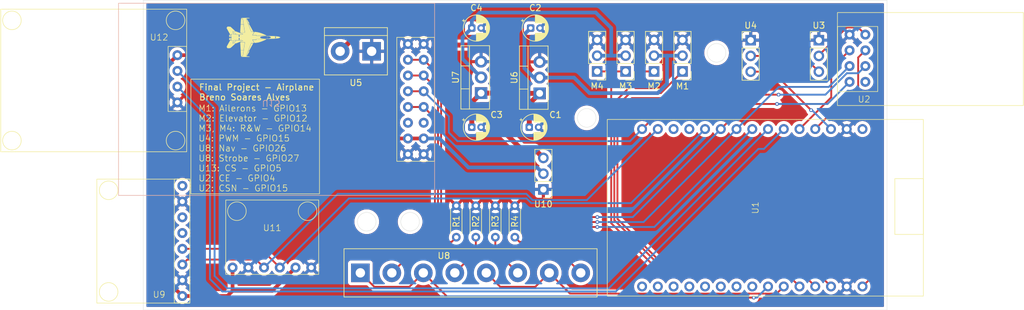
<source format=kicad_pcb>
(kicad_pcb (version 20241229) (generator "pcbnew") (generator_version "9.0")
  (title_block (title "Airplane Complete PCB with Sensors") (date "2025-09-05") (rev "0.0.1") (company "Breno Soares Alves"))
  (layers (0 "F.Cu" signal) (2 "B.Cu" signal) (13 "F.Paste" user) (15 "B.Paste" user) (5 "F.SilkS" user "F.Silkscreen") (7 "B.SilkS" user "B.Silkscreen") (1 "F.Mask" user) (3 "B.Mask" user) (25 "Edge.Cuts" user))
  (net 0 "")
  (net 1 "GND")
  (net 2 "Net-(M1-+)")
  (net 3 "Net-(M3-+)")
  (net 4 "Net-(M1-PWM)")
  (net 5 "Net-(M2-PWM)")
  (net 6 "Net-(M3-PWM)")
  (net 8 "Net-(U1-VIN)")
  (net 9 "Net-(U1-GPIO16)")
  (net 10 "Net-(U1-GPIO22)")
  (net 11 "Net-(U1-GPIO27)")
  (net 12 "Net-(U1-GPIO18)")
  (net 13 "Net-(U1-GPIO4)")
  (net 15 "Net-(U1-GPIO21)")
  (net 18 "Net-(U1-GPIO19)")
  (net 21 "Net-(U1-GPIO2)")
  (net 22 "Net-(U1-GPIO17)")
  (net 23 "Net-(U1-GPIO23)")
  (net 28 "Net-(U1-GPIO15)")
  (net 30 "Net-(U1-GPIO26)")
  (net 32 "Net-(U2-VCC)")
  (net 36 "Net-(U8-GNDR)")
  (net 37 "Net-(U8-GNDG)")
  (net 38 "Net-(U8-GND1)")
  (net 39 "Net-(U8-GND2)")
  (net 40 "Net-(U1-GPIO5)")
  (net 41 "Net-(U10-VI)")
  (net 42 "Net-(U10-VO)")
  (footprint "Connector_PinHeader_2.54mm:PinHeader_1x03_P2.54mm_Vertical" (layer "F.Cu") (at 189.7 84.71)
    (property "Reference" "U4" (at 0 -2.38 0) (layer "F.SilkS"))
    (property "Value" "ESC")
    (pad "1" thru_hole rect (at 0 0) (size 1.7 1.7) (drill 1) (layers "*.Cu" "*.Mask") (net 1 "GND"))
    (pad "2" thru_hole circle (at 0 2.54) (size 1.7 1.7) (drill 1) (layers "*.Cu" "*.Mask") (net 8 "Net-(U1-VIN)"))
    (pad "3" thru_hole circle (at 0 5.08) (size 1.7 1.7) (drill 1) (layers "*.Cu" "*.Mask") (net 28 "Net-(U1-GPIO15)"))
  )
  (footprint "Connector_PinHeader_2.54mm:PinHeader_1x03_P2.54mm_Vertical" (layer "F.Cu") (at 164.93 89.75 180)
    (property "Reference" "M4" (at 0 -2.38 0) (layer "F.SilkS"))
    (property "Value" "Wheel")
    (pad "1" thru_hole rect (at 0 0 180) (size 1.7 1.7) (drill 1) (layers "*.Cu" "*.Mask") (net 6 "Net-(M3-PWM)"))
    (pad "2" thru_hole circle (at 0 2.54 180) (size 1.7 1.7) (drill 1) (layers "*.Cu" "*.Mask") (net 3 "Net-(M3-+)"))
    (pad "3" thru_hole circle (at 0 5.08 180) (size 1.7 1.7) (drill 1) (layers "*.Cu" "*.Mask") (net 1 "GND"))
  )
  (footprint "Connector_PinHeader_2.54mm:PinHeader_1x03_P2.54mm_Vertical" (layer "F.Cu") (at 174.11 89.75 180)
    (property "Reference" "M2" (at 0 -2.38 0) (layer "F.SilkS"))
    (property "Value" "Elevator")
    (pad "1" thru_hole rect (at 0 0 180) (size 1.7 1.7) (drill 1) (layers "*.Cu" "*.Mask") (net 5 "Net-(M2-PWM)"))
    (pad "2" thru_hole circle (at 0 2.54 180) (size 1.7 1.7) (drill 1) (layers "*.Cu" "*.Mask") (net 2 "Net-(M1-+)"))
    (pad "3" thru_hole circle (at 0 5.08 180) (size 1.7 1.7) (drill 1) (layers "*.Cu" "*.Mask") (net 1 "GND"))
  )
  (footprint "Package_TO_SOT_THT:TO-220-3_Vertical" (layer "F.Cu") (at 155.65 93.29 90)
    (property "Reference" "U6" (at 2.54 -4.1 90) (layer "F.SilkS"))
    (property "Value" "LD1085V50")
    (pad "1" thru_hole rect (at 0 0 90) (size 1.905 2) (drill 1.1) (layers "*.Cu" "*.Mask") (net 41 "Net-(U10-VI)"))
    (pad "2" thru_hole oval (at 2.54 0 90) (size 1.905 2) (drill 1.1) (layers "*.Cu" "*.Mask") (net 2 "Net-(M1-+)"))
    (pad "3" thru_hole oval (at 5.08 0 90) (size 1.905 2) (drill 1.1) (layers "*.Cu" "*.Mask") (net 1 "GND"))
  )
  (footprint "airplane_foots:nRF24L01+" (layer "F.Cu") (at 218.7 87.75)
    (property "Reference" "U2" (at -10.7 6.5 0) (layer "F.SilkS") (effects (font (thickness 0.1))))
    (property "Value" "nRF24L01+")
    (pad "1" thru_hole circle (at -13.04 -3.94) (size 1.6 1.6) (drill 0.8) (layers "*.Cu" "*.Mask") (net 1 "GND"))
    (pad "2" thru_hole circle (at -10.5 -3.94) (size 1.6 1.6) (drill 0.8) (layers "*.Cu" "*.Mask") (net 32 "Net-(U2-VCC)"))
    (pad "3" thru_hole circle (at -13.04 -1.4) (size 1.6 1.6) (drill 0.8) (layers "*.Cu" "*.Mask") (net 13 "Net-(U1-GPIO4)"))
    (pad "4" thru_hole circle (at -10.5 -1.4) (size 1.6 1.6) (drill 0.8) (layers "*.Cu" "*.Mask") (net 21 "Net-(U1-GPIO2)"))
    (pad "5" thru_hole circle (at -13.04 1.14) (size 1.6 1.6) (drill 0.8) (layers "*.Cu" "*.Mask") (net 12 "Net-(U1-GPIO18)"))
    (pad "6" thru_hole circle (at -10.5 1.14) (size 1.6 1.6) (drill 0.8) (layers "*.Cu" "*.Mask") (net 23 "Net-(U1-GPIO23)"))
    (pad "7" thru_hole circle (at -13.04 3.68) (size 1.6 1.6) (drill 0.8) (layers "*.Cu" "*.Mask") (net 18 "Net-(U1-GPIO19)"))
    (pad "8" thru_hole circle (at -10.5 3.68) (size 1.6 1.6) (drill 0.8) (layers "*.Cu" "*.Mask"))
  )
  (footprint "Resistor_THT:R_Axial_DIN0204_L3.6mm_D1.6mm_P5.08mm_Horizontal" (layer "F.Cu") (at 151.65 116.5 90)
    (property "Reference" "R4" (at 2.54 0 90) (layer "F.SilkS"))
    (property "Value" "330")
    (pad "1" thru_hole circle (at 0 0 90) (size 1.4 1.4) (drill 0.7) (layers "*.Cu" "*.Mask") (net 39 "Net-(U8-GND2)"))
    (pad "2" thru_hole circle (at 5.08 0 90) (size 1.4 1.4) (drill 0.7) (layers "*.Cu" "*.Mask") (net 1 "GND"))
  )
  (footprint "Capacitor_THT:CP_Radial_D4.0mm_P1.50mm" (layer "F.Cu") (at 144.7 82.75)
    (property "Reference" "C4" (at 0.75 -3.25 0) (layer "F.SilkS"))
    (property "Value" "10uF")
    (pad "1" thru_hole roundrect (at 0 0) (size 1.2 1.2) (drill 0.6) (layers "*.Cu" "*.Mask") (roundrect_rratio 0.208333) (net 3 "Net-(M3-+)"))
    (pad "2" thru_hole circle (at 1.5 0) (size 1.2 1.2) (drill 0.6) (layers "*.Cu" "*.Mask") (net 1 "GND"))
  )
  (footprint "Resistor_THT:R_Axial_DIN0204_L3.6mm_D1.6mm_P5.08mm_Horizontal" (layer "F.Cu") (at 148.5 116.5 90)
    (property "Reference" "R3" (at 2.54 0 90) (layer "F.SilkS"))
    (property "Value" "330")
    (pad "1" thru_hole circle (at 0 0 90) (size 1.4 1.4) (drill 0.7) (layers "*.Cu" "*.Mask") (net 38 "Net-(U8-GND1)"))
    (pad "2" thru_hole circle (at 5.08 0 90) (size 1.4 1.4) (drill 0.7) (layers "*.Cu" "*.Mask") (net 1 "GND"))
  )
  (footprint "Resistor_THT:R_Axial_DIN0204_L3.6mm_D1.6mm_P5.08mm_Horizontal" (layer "F.Cu") (at 142.2 116.5 90)
    (property "Reference" "R1" (at 2.54 0 90) (layer "F.SilkS"))
    (property "Value" "330")
    (pad "1" thru_hole circle (at 0 0 90) (size 1.4 1.4) (drill 0.7) (layers "*.Cu" "*.Mask") (net 36 "Net-(U8-GNDR)"))
    (pad "2" thru_hole circle (at 5.08 0 90) (size 1.4 1.4) (drill 0.7) (layers "*.Cu" "*.Mask") (net 1 "GND"))
  )
  (footprint "TerminalBlock:TerminalBlock_bornier-8_P5.08mm" (layer "F.Cu") (at 126.72 122.25)
    (property "Reference" "U8" (at 13.48 -2.75 0) (layer "F.SilkS"))
    (property "Value" "Led_Terminal")
    (pad "1" thru_hole rect (at 0 0) (size 3 3) (drill 1.52) (layers "*.Cu" "*.Mask") (net 30 "Net-(U1-GPIO26)"))
    (pad "2" thru_hole circle (at 5.08 0) (size 3 3) (drill 1.52) (layers "*.Cu" "*.Mask") (net 36 "Net-(U8-GNDR)"))
    (pad "3" thru_hole circle (at 10.16 0) (size 3 3) (drill 1.52) (layers "*.Cu" "*.Mask") (net 30 "Net-(U1-GPIO26)"))
    (pad "4" thru_hole circle (at 15.24 0) (size 3 3) (drill 1.52) (layers "*.Cu" "*.Mask") (net 37 "Net-(U8-GNDG)"))
    (pad "5" thru_hole circle (at 20.32 0) (size 3 3) (drill 1.52) (layers "*.Cu" "*.Mask") (net 11 "Net-(U1-GPIO27)"))
    (pad "6" thru_hole circle (at 25.4 0) (size 3 3) (drill 1.52) (layers "*.Cu" "*.Mask") (net 38 "Net-(U8-GND1)"))
    (pad "7" thru_hole circle (at 30.48 0) (size 3 3) (drill 1.52) (layers "*.Cu" "*.Mask") (net 11 "Net-(U1-GPIO27)"))
    (pad "8" thru_hole circle (at 35.56 0) (size 3 3) (drill 1.52) (layers "*.Cu" "*.Mask") (net 39 "Net-(U8-GND2)"))
  )
  (footprint "airplane_foots:BMP280" (layer "F.Cu") (at 112.5 116.5)
    (property "Reference" "U11" (at 0 -1.5 0) (layer "F.SilkS") (effects (font (thickness 0.1))))
    (property "Value" "BMP280")
    (pad "1" thru_hole circle (at -6.4 4.9) (size 1.6 1.6) (drill 0.8) (layers "*.Cu" "*.Mask") (net 42 "Net-(U10-VO)"))
    (pad "2" thru_hole circle (at -3.86 4.9) (size 1.6 1.6) (drill 0.8) (layers "*.Cu" "*.Mask") (net 1 "GND"))
    (pad "3" thru_hole circle (at -1.32 4.9) (size 1.6 1.6) (drill 0.8) (layers "*.Cu" "*.Mask") (net 10 "Net-(U1-GPIO22)"))
    (pad "4" thru_hole circle (at 1.22 4.9) (size 1.6 1.6) (drill 0.8) (layers "*.Cu" "*.Mask") (net 15 "Net-(U1-GPIO21)"))
    (pad "5" thru_hole circle (at 3.76 4.9) (size 1.6 1.6) (drill 0.8) (layers "*.Cu" "*.Mask") (net 42 "Net-(U10-VO)"))
    (pad "6" thru_hole circle (at 6.3 4.9) (size 1.6 1.6) (drill 0.8) (layers "*.Cu" "*.Mask") (net 1 "GND"))
  )
  (footprint "Connector_PinHeader_2.54mm:PinHeader_1x03_P2.54mm_Vertical" (layer "F.Cu") (at 156.25 108.79 180)
    (property "Reference" "U10" (at 0 -2.38 0) (layer "F.SilkS"))
    (property "Value" "AMS1117-3.3")
    (pad "1" thru_hole rect (at 0 0 180) (size 1.7 1.7) (drill 1) (layers "*.Cu" "*.Mask") (net 1 "GND"))
    (pad "2" thru_hole circle (at 0 2.54 180) (size 1.7 1.7) (drill 1) (layers "*.Cu" "*.Mask") (net 42 "Net-(U10-VO)"))
    (pad "3" thru_hole circle (at 0 5.08 180) (size 1.7 1.7) (drill 1) (layers "*.Cu" "*.Mask") (net 41 "Net-(U10-VI)"))
  )
  (footprint "Capacitor_THT:CP_Radial_D4.0mm_P1.50mm" (layer "F.Cu") (at 153.977401 98.75)
    (property "Reference" "C1" (at 4.222599 -2 0) (layer "F.SilkS"))
    (property "Value" "10uF")
    (pad "1" thru_hole roundrect (at 0 0) (size 1.2 1.2) (drill 0.6) (layers "*.Cu" "*.Mask") (roundrect_rratio 0.208333) (net 41 "Net-(U10-VI)"))
    (pad "2" thru_hole circle (at 1.5 0) (size 1.2 1.2) (drill 0.6) (layers "*.Cu" "*.Mask") (net 1 "GND"))
  )
  (footprint "Package_TO_SOT_THT:TO-220-3_Vertical" (layer "F.Cu") (at 146.2 93.25 90)
    (property "Reference" "U7" (at 2.54 -4.1 90) (layer "F.SilkS"))
    (property "Value" "LD1085V50")
    (pad "1" thru_hole rect (at 0 0 90) (size 1.905 2) (drill 1.1) (layers "*.Cu" "*.Mask") (net 41 "Net-(U10-VI)"))
    (pad "2" thru_hole oval (at 2.54 0 90) (size 1.905 2) (drill 1.1) (layers "*.Cu" "*.Mask") (net 3 "Net-(M3-+)"))
    (pad "3" thru_hole oval (at 5.08 0 90) (size 1.905 2) (drill 1.1) (layers "*.Cu" "*.Mask") (net 1 "GND"))
  )
  (footprint "Capacitor_THT:CP_Radial_D4.0mm_P1.50mm" (layer "F.Cu") (at 144.7 98.75)
    (property "Reference" "C3" (at 4 -2 0) (layer "F.SilkS"))
    (property "Value" "10uF")
    (pad "1" thru_hole roundrect (at 0 0) (size 1.2 1.2) (drill 0.6) (layers "*.Cu" "*.Mask") (roundrect_rratio 0.208333) (net 41 "Net-(U10-VI)"))
    (pad "2" thru_hole circle (at 1.5 0) (size 1.2 1.2) (drill 0.6) (layers "*.Cu" "*.Mask") (net 1 "GND"))
  )
  (footprint "Capacitor_THT:CP_Radial_D4.0mm_P1.50mm" (layer "F.Cu") (at 154.2 82.75)
    (property "Reference" "C2" (at 0.75 -3.25 0) (layer "F.SilkS"))
    (property "Value" "10uF")
    (pad "1" thru_hole roundrect (at 0 0) (size 1.2 1.2) (drill 0.6) (layers "*.Cu" "*.Mask") (roundrect_rratio 0.208333) (net 2 "Net-(M1-+)"))
    (pad "2" thru_hole circle (at 1.5 0) (size 1.2 1.2) (drill 0.6) (layers "*.Cu" "*.Mask") (net 1 "GND"))
  )
  (footprint "Resistor_THT:R_Axial_DIN0204_L3.6mm_D1.6mm_P5.08mm_Horizontal" (layer "F.Cu") (at 145.35 116.5 90)
    (property "Reference" "R2" (at 2.54 0 90) (layer "F.SilkS"))
    (property "Value" "330")
    (pad "1" thru_hole circle (at 0 0 90) (size 1.4 1.4) (drill 0.7) (layers "*.Cu" "*.Mask") (net 37 "Net-(U8-GNDG)"))
    (pad "2" thru_hole circle (at 5.08 0 90) (size 1.4 1.4) (drill 0.7) (layers "*.Cu" "*.Mask") (net 1 "GND"))
  )
  (footprint "Connector_PinHeader_2.54mm:PinHeader_1x03_P2.54mm_Vertical" (layer "F.Cu") (at 178.7 89.75 180)
    (property "Reference" "M1" (at 0 -2.38 0) (layer "F.SilkS"))
    (property "Value" "Ailerons")
    (pad "1" thru_hole rect (at 0 0 180) (size 1.7 1.7) (drill 1) (layers "*.Cu" "*.Mask") (net 4 "Net-(M1-PWM)"))
    (pad "2" thru_hole circle (at 0 2.54 180) (size 1.7 1.7) (drill 1) (layers "*.Cu" "*.Mask") (net 2 "Net-(M1-+)"))
    (pad "3" thru_hole circle (at 0 5.08 180) (size 1.7 1.7) (drill 1) (layers "*.Cu" "*.Mask") (net 1 "GND"))
  )
  (footprint "TerminalBlock:TerminalBlock_bornier-2_P5.08mm" (layer "F.Cu") (at 128.54 86.5 180)
    (property "Reference" "U5" (at 2.54 -5.08 0) (layer "F.SilkS"))
    (property "Value" "Battery")
    (pad "1" thru_hole rect (at 0 0 180) (size 3 3) (drill 1.52) (layers "*.Cu" "*.Mask") (net 1 "GND"))
    (pad "2" thru_hole circle (at 5.08 0 180) (size 3 3) (drill 1.52) (layers "*.Cu" "*.Mask") (net 41 "Net-(U10-VI)"))
  )
  (footprint "airplane_foots:ESP32_DevKit" (layer "F.Cu") (at 192.06 111.75 90)
    (property "Reference" "U1" (at 0 -1.6 90) (layer "F.SilkS") (effects (font (thickness 0.1))))
    (property "Value" "ESP32_DevKit")
    (pad "1" thru_hole circle (at -12.7 -19.88 90) (size 1.6 1.6) (drill 0.9) (layers "*.Cu" "*.Mask"))
    (pad "2" thru_hole circle (at -12.7 -17.34 90) (size 1.6 1.6) (drill 0.9) (layers "*.Cu" "*.Mask"))
    (pad "3" thru_hole circle (at -12.7 -14.8 90) (size 1.6 1.6) (drill 0.9) (layers "*.Cu" "*.Mask"))
    (pad "4" thru_hole circle (at -12.7 -12.26 90) (size 1.6 1.6) (drill 0.9) (layers "*.Cu" "*.Mask"))
    (pad "5" thru_hole circle (at -12.7 -9.72 90) (size 1.6 1.6) (drill 0.9) (layers "*.Cu" "*.Mask"))
    (pad "6" thru_hole circle (at -12.7 -7.18 90) (size 1.6 1.6) (drill 0.9) (layers "*.Cu" "*.Mask"))
    (pad "7" thru_hole circle (at -12.7 -4.64 90) (size 1.6 1.6) (drill 0.9) (layers "*.Cu" "*.Mask"))
    (pad "8" thru_hole circle (at -12.7 -2.1 90) (size 1.6 1.6) (drill 0.9) (layers "*.Cu" "*.Mask"))
    (pad "9" thru_hole circle (at -12.7 0.44 90) (size 1.6 1.6) (drill 0.9) (layers "*.Cu" "*.Mask") (net 30 "Net-(U1-GPIO26)"))
    (pad "10" thru_hole circle (at -12.7 2.98 90) (size 1.6 1.6) (drill 0.9) (layers "*.Cu" "*.Mask") (net 11 "Net-(U1-GPIO27)"))
    (pad "11" thru_hole circle (at -12.7 5.52 90) (size 1.6 1.6) (drill 0.9) (layers "*.Cu" "*.Mask") (net 6 "Net-(M3-PWM)"))
    (pad "12" thru_hole circle (at -12.7 8.06 90) (size 1.6 1.6) (drill 0.9) (layers "*.Cu" "*.Mask") (net 5 "Net-(M2-PWM)"))
    (pad "13" thru_hole circle (at -12.7 10.6 90) (size 1.6 1.6) (drill 0.9) (layers "*.Cu" "*.Mask") (net 4 "Net-(M1-PWM)"))
    (pad "14" thru_hole circle (at -12.7 13.14 90) (size 1.6 1.6) (drill 0.9) (layers "*.Cu" "*.Mask") (net 1 "GND"))
    (pad "15" thru_hole circle (at -12.7 15.68 90) (size 1.6 1.6) (drill 0.9) (layers "*.Cu" "*.Mask") (net 8 "Net-(U1-VIN)"))
    (pad "16" thru_hole circle (at 12.7 -19.88 90) (size 1.6 1.6) (drill 0.9) (layers "*.Cu" "*.Mask") (net 23 "Net-(U1-GPIO23)"))
    (pad "17" thru_hole circle (at 12.7 -17.34 90) (size 1.6 1.6) (drill 0.9) (layers "*.Cu" "*.Mask") (net 10 "Net-(U1-GPIO22)"))
    (pad "18" thru_hole circle (at 12.7 -14.8 90) (size 1.6 1.6) (drill 0.9) (layers "*.Cu" "*.Mask"))
    (pad "19" thru_hole circle (at 12.7 -12.26 90) (size 1.6 1.6) (drill 0.9) (layers "*.Cu" "*.Mask"))
    (pad "20" thru_hole circle (at 12.7 -9.72 90) (size 1.6 1.6) (drill 0.9) (layers "*.Cu" "*.Mask") (net 15 "Net-(U1-GPIO21)"))
    (pad "21" thru_hole circle (at 12.7 -7.18 90) (size 1.6 1.6) (drill 0.9) (layers "*.Cu" "*.Mask") (net 18 "Net-(U1-GPIO19)"))
    (pad "22" thru_hole circle (at 12.7 -4.64 90) (size 1.6 1.6) (drill 0.9) (layers "*.Cu" "*.Mask") (net 12 "Net-(U1-GPIO18)"))
    (pad "23" thru_hole circle (at 12.7 -2.1 90) (size 1.6 1.6) (drill 0.9) (layers "*.Cu" "*.Mask") (net 40 "Net-(U1-GPIO5)"))
    (pad "24" thru_hole circle (at 12.7 0.44 90) (size 1.6 1.6) (drill 0.9) (layers "*.Cu" "*.Mask") (net 22 "Net-(U1-GPIO17)"))
    (pad "25" thru_hole circle (at 12.7 2.98 90) (size 1.6 1.6) (drill 0.9) (layers "*.Cu" "*.Mask") (net 9 "Net-(U1-GPIO16)"))
    (pad "26" thru_hole circle (at 12.7 5.52 90) (size 1.6 1.6) (drill 0.9) (layers "*.Cu" "*.Mask") (net 13 "Net-(U1-GPIO4)"))
    (pad "27" thru_hole circle (at 12.7 8.06 90) (size 1.6 1.6) (drill 0.9) (layers "*.Cu" "*.Mask") (net 21 "Net-(U1-GPIO2)"))
    (pad "28" thru_hole circle (at 12.7 10.6 90) (size 1.6 1.6) (drill 0.9) (layers "*.Cu" "*.Mask") (net 28 "Net-(U1-GPIO15)"))
    (pad "29" thru_hole circle (at 12.7 13.14 90) (size 1.6 1.6) (drill 0.9) (layers "*.Cu" "*.Mask") (net 1 "GND"))
    (pad "30" thru_hole circle (at 12.7 15.68 90) (size 1.6 1.6) (drill 0.9) (layers "*.Cu" "*.Mask"))
  )
  (footprint "airplane_foots:SD_Card_Module" (layer "F.Cu") (at 113.2 94.25 180)
    (property "Reference" "U13" (at 0.875 -0.625 180) (layer "B.SilkS") (effects (font (thickness 0.1)) (justify mirror)))
    (property "Value" "SD_Module")
    (pad "1" thru_hole circle (at -23.74 -8.86 180) (size 1.6 1.6) (drill 0.8) (layers "*.Cu" "*.Mask") (net 1 "GND"))
    (pad "1" thru_hole circle (at -21.2 -8.86 180) (size 1.6 1.6) (drill 0.8) (layers "*.Cu" "*.Mask") (net 1 "GND"))
    (pad "2" thru_hole circle (at -23.74 -6.32 180) (size 1.6 1.6) (drill 0.8) (layers "*.Cu" "*.Mask") (net 42 "Net-(U10-VO)"))
    (pad "2" thru_hole circle (at -21.2 -6.32 180) (size 1.6 1.6) (drill 0.8) (layers "*.Cu" "*.Mask") (net 42 "Net-(U10-VO)"))
    (pad "3" thru_hole circle (at -23.74 -3.78 180) (size 1.6 1.6) (drill 0.8) (layers "*.Cu" "*.Mask"))
    (pad "3" thru_hole circle (at -21.2 -3.78 180) (size 1.6 1.6) (drill 0.8) (layers "*.Cu" "*.Mask"))
    (pad "4" thru_hole circle (at -23.74 -1.24 180) (size 1.6 1.6) (drill 0.8) (layers "*.Cu" "*.Mask") (net 40 "Net-(U1-GPIO5)"))
    (pad "4" thru_hole circle (at -21.2 -1.24 180) (size 1.6 1.6) (drill 0.8) (layers "*.Cu" "*.Mask") (net 40 "Net-(U1-GPIO5)"))
    (pad "5" thru_hole circle (at -23.74 1.3 180) (size 1.6 1.6) (drill 0.8) (layers "*.Cu" "*.Mask") (net 23 "Net-(U1-GPIO23)"))
    (pad "5" thru_hole circle (at -21.2 1.3 180) (size 1.6 1.6) (drill 0.8) (layers "*.Cu" "*.Mask") (net 23 "Net-(U1-GPIO23)"))
    (pad "6" thru_hole circle (at -23.74 3.84 180) (size 1.6 1.6) (drill 0.8) (layers "*.Cu" "*.Mask") (net 12 "Net-(U1-GPIO18)"))
    (pad "6" thru_hole circle (at -21.2 3.84 180) (size 1.6 1.6) (drill 0.8) (layers "*.Cu" "*.Mask") (net 12 "Net-(U1-GPIO18)"))
    (pad "7" thru_hole circle (at -23.74 6.38 180) (size 1.6 1.6) (drill 0.8) (layers "*.Cu" "*.Mask") (net 18 "Net-(U1-GPIO19)"))
    (pad "7" thru_hole circle (at -21.2 6.38 180) (size 1.6 1.6) (drill 0.8) (layers "*.Cu" "*.Mask") (net 18 "Net-(U1-GPIO19)"))
    (pad "8" thru_hole circle (at -23.74 8.92 180) (size 1.6 1.6) (drill 0.8) (layers "*.Cu" "*.Mask") (net 1 "GND"))
    (pad "8" thru_hole circle (at -21.2 8.92 180) (size 1.6 1.6) (drill 0.8) (layers "*.Cu" "*.Mask") (net 1 "GND"))
  )
  (footprint "Connector_PinHeader_2.54mm:PinHeader_1x03_P2.54mm_Vertical" (layer "F.Cu") (at 169.52 89.75 180)
    (property "Reference" "M3" (at 0 -2.38 0) (layer "F.SilkS"))
    (property "Value" "Rudder")
    (pad "1" thru_hole rect (at 0 0 180) (size 1.7 1.7) (drill 1) (layers "*.Cu" "*.Mask") (net 6 "Net-(M3-PWM)"))
    (pad "2" thru_hole circle (at 0 2.54 180) (size 1.7 1.7) (drill 1) (layers "*.Cu" "*.Mask") (net 3 "Net-(M3-+)"))
    (pad "3" thru_hole circle (at 0 5.08 180) (size 1.7 1.7) (drill 1) (layers "*.Cu" "*.Mask") (net 1 "GND"))
  )
  (footprint "airplane_foots:MPU6050_GY521" (layer "F.Cu") (at 91.7 117.13 90)
    (property "Reference" "U9" (at -8.62 2.55 0) (layer "F.SilkS") (effects (font (thickness 0.1))))
    (property "Value" "MPU6050_GY521")
    (pad "1" thru_hole circle (at -8.86 6.3 90) (size 1.6 1.6) (drill 0.8) (layers "*.Cu" "*.Mask") (net 42 "Net-(U10-VO)"))
    (pad "2" thru_hole circle (at -6.32 6.3 90) (size 1.6 1.6) (drill 0.8) (layers "*.Cu" "*.Mask") (net 1 "GND"))
    (pad "3" thru_hole circle (at -3.78 6.3 90) (size 1.6 1.6) (drill 0.8) (layers "*.Cu" "*.Mask") (net 10 "Net-(U1-GPIO22)"))
    (pad "4" thru_hole circle (at -1.24 6.3 90) (size 1.6 1.6) (drill 0.8) (layers "*.Cu" "*.Mask") (net 15 "Net-(U1-GPIO21)"))
    (pad "5" thru_hole circle (at 1.3 6.3 90) (size 1.6 1.6) (drill 0.8) (layers "*.Cu" "*.Mask"))
    (pad "6" thru_hole circle (at 3.84 6.3 90) (size 1.6 1.6) (drill 0.8) (layers "*.Cu" "*.Mask"))
    (pad "7" thru_hole circle (at 6.38 6.3 90) (size 1.6 1.6) (drill 0.8) (layers "*.Cu" "*.Mask") (net 1 "GND"))
    (pad "8" thru_hole circle (at 8.92 6.3 90) (size 1.6 1.6) (drill 0.8) (layers "*.Cu" "*.Mask"))
  )
  (footprint "Connector_PinHeader_2.54mm:PinHeader_1x03_P2.54mm_Vertical" (layer "F.Cu") (at 200.7 84.71)
    (property "Reference" "U3" (at 0 -2.38 0) (layer "F.SilkS"))
    (property "Value" "AMS1117-3.3")
    (pad "1" thru_hole rect (at 0 0) (size 1.7 1.7) (drill 1) (layers "*.Cu" "*.Mask") (net 1 "GND"))
    (pad "2" thru_hole circle (at 0 2.54) (size 1.7 1.7) (drill 1) (layers "*.Cu" "*.Mask") (net 32 "Net-(U2-VCC)"))
    (pad "3" thru_hole circle (at 0 5.08) (size 1.7 1.7) (drill 1) (layers "*.Cu" "*.Mask") (net 8 "Net-(U1-VIN)"))
  )
  (footprint "airplane_foots:F18" (layer "F.Cu") (at 109.5 84.25 -90)
    (property "Reference" "G***" (hide yes))
    (property "Value" "LOGO" (hide yes))
  )
  (footprint "airplane_foots:NEO_6M_GPS" (layer "F.Cu") (at 83.7 91.21 180)
    (property "Reference" "U12" (at -10.55 6.96 0) (layer "F.SilkS") (effects (font (thickness 0.1))))
    (property "Value" "NEO-6M_GPS")
    (pad "1" thru_hole circle (at -13.5 4.08 180) (size 1.6 1.6) (drill 0.8) (layers "*.Cu" "*.Mask") (net 42 "Net-(U10-VO)"))
    (pad "2" thru_hole circle (at -13.5 1.54 180) (size 1.6 1.6) (drill 0.8) (layers "*.Cu" "*.Mask") (net 22 "Net-(U1-GPIO17)"))
    (pad "3" thru_hole circle (at -13.5 -1 180) (size 1.6 1.6) (drill 0.8) (layers "*.Cu" "*.Mask") (net 9 "Net-(U1-GPIO16)"))
    (pad "4" thru_hole circle (at -13.5 -3.54 180) (size 1.6 1.6) (drill 0.8) (layers "*.Cu" "*.Mask") (net 1 "GND"))
  )
  (gr_rect (start 99.375 91) (end 120.125 109.5) (stroke (width 0.1)) (fill no) (layer "F.SilkS"))
  (gr_circle (center 134.75 114) (end 136.25 114) (stroke (width 0.05)) (fill no) (layer "Edge.Cuts"))
  (gr_circle (center 163.25 97.25) (end 164.75 97.25) (stroke (width 0.05)) (fill no) (layer "Edge.Cuts"))
  (gr_circle (center 127.75 114) (end 129.25 114) (stroke (width 0.05)) (fill no) (layer "Edge.Cuts"))
  (gr_circle (center 184.2 86.75) (end 185.7 86.75) (stroke (width 0.05)) (fill no) (layer "Edge.Cuts"))
  (gr_rect (start 91.7 78.25) (end 211.7 128.25) (stroke (width 0.05)) (fill no) (layer "Edge.Cuts"))
  (gr_text "M1: Ailerons - GPIO13\nM2: Elevator - GPIO12\nM3, M4: R&W - GPIO14\nU4: PWM - GPIO15\nU8: Nav - GPIO26\nU8: Strobe - GPIO27\nU13: CS - GPIO5\nU2: CE - GPIO4\nU2: CSN - GPIO15" (at 100.55 109.175 0) (layer "F.SilkS") (effects (font (size 1 1) (thickness 0.1)) (justify left bottom)))
  (gr_text "Final Project - Airplane\nBreno Soares Alves" (at 100.625 94.5 0) (layer "F.SilkS") (effects (font (size 1 1)) (justify left bottom)))
  (segment (start 155.65 90.75) (end 154.7 90.75) (width 0.6) (layer "B.Cu") (net 2))
  (segment (start 176.2 87.21) (end 178.7 87.21) (width 0.6) (layer "B.Cu") (net 2))
  (segment (start 154.7 90.75) (end 153.2 89.25) (width 0.6) (layer "B.Cu") (net 2))
  (segment (start 153.2 89.25) (end 153.2 83.75) (width 0.6) (layer "B.Cu") (net 2))
  (segment (start 174.7 93.25) (end 176.2 91.75) (width 0.6) (layer "B.Cu") (net 2))
  (segment (start 161.2 90.75) (end 163.7 93.25) (width 0.6) (layer "B.Cu") (net 2))
  (segment (start 163.7 93.25) (end 174.7 93.25) (width 0.6) (layer "B.Cu") (net 2))
  (segment (start 174.11 87.21) (end 176.2 87.21) (width 0.6) (layer "B.Cu") (net 2))
  (segment (start 176.2 91.75) (end 176.2 87.21) (width 0.6) (layer "B.Cu") (net 2))
  (segment (start 153.2 83.75) (end 154.2 82.75) (width 0.6) (layer "B.Cu") (net 2))
  (segment (start 155.65 90.75) (end 161.2 90.75) (width 0.6) (layer "B.Cu") (net 2))
  (segment (start 146.2 90.71) (end 143.2 87.71) (width 0.6) (layer "B.Cu") (net 3))
  (segment (start 143.2 87.71) (end 143.2 84.25) (width 0.6) (layer "B.Cu") (net 3))
  (segment (start 146 80.25) (end 164.7 80.25) (width 0.6) (layer "B.Cu") (net 3))
  (segment (start 144.7 82.75) (end 144.7 81.55) (width 0.6) (layer "B.Cu") (net 3))
  (segment (start 144.7 81.55) (end 146 80.25) (width 0.6) (layer "B.Cu") (net 3))
  (segment (start 164.7 80.25) (end 167.2 82.75) (width 0.6) (layer "B.Cu") (net 3))
  (segment (start 167.2 87.21) (end 169.52 87.21) (width 0.6) (layer "B.Cu") (net 3))
  (segment (start 143.2 84.25) (end 144.7 82.75) (width 0.6) (layer "B.Cu") (net 3))
  (segment (start 167.2 82.75) (end 167.2 87.21) (width 0.6) (layer "B.Cu") (net 3))
  (segment (start 164.93 87.21) (end 167.2 87.21) (width 0.6) (layer "B.Cu") (net 3))
  (segment (start 174.90852 120.25) (end 198.46 120.25) (width 0.3) (layer "F.Cu") (net 4))
  (segment (start 170.2 93.25) (end 168.2 95.25) (width 0.3) (layer "F.Cu") (net 4))
  (segment (start 168.2 113.54148) (end 174.90852 120.25) (width 0.3) (layer "F.Cu") (net 4))
  (segment (start 168.2 95.25) (end 168.2 113.54148) (width 0.3) (layer "F.Cu") (net 4))
  (segment (start 178.7 89.75) (end 175.2 93.25) (width 0.3) (layer "F.Cu") (net 4))
  (segment (start 198.46 120.25) (end 202.66 124.45) (width 0.3) (layer "F.Cu") (net 4))
  (segment (start 175.2 93.25) (end 170.2 93.25) (width 0.3) (layer "F.Cu") (net 4))
  (segment (start 174.7 120.75) (end 167.7 113.75) (width 0.3) (layer "F.Cu") (net 5))
  (segment (start 172.7 89.75) (end 174.11 89.75) (width 0.3) (layer "F.Cu") (net 5))
  (segment (start 200.12 124.45) (end 196.42 120.75) (width 0.3) (layer "F.Cu") (net 5))
  (segment (start 196.42 120.75) (end 174.7 120.75) (width 0.3) (layer "F.Cu") (net 5))
  (segment (start 167.7 113.75) (end 167.7 94.75) (width 0.3) (layer "F.Cu") (net 5))
  (segment (start 167.7 94.75) (end 172.7 89.75) (width 0.3) (layer "F.Cu") (net 5))
  (segment (start 174.2 121.25) (end 194.38 121.25) (width 0.3) (layer "F.Cu") (net 6))
  (segment (start 167.2 89.75) (end 167.2 114.25) (width 0.3) (layer "F.Cu") (net 6))
  (segment (start 194.38 121.25) (end 197.58 124.45) (width 0.3) (layer "F.Cu") (net 6))
  (segment (start 167.2 114.25) (end 174.2 121.25) (width 0.3) (layer "F.Cu") (net 6))
  (segment (start 164.93 89.75) (end 167.2 89.75) (width 0.3) (layer "F.Cu") (net 6))
  (segment (start 167.2 89.75) (end 169.52 89.75) (width 0.3) (layer "F.Cu") (net 6))
  (segment (start 210.2 82.25) (end 208.2 80.25) (width 0.3) (layer "F.Cu") (net 8))
  (segment (start 208.2 80.25) (end 201.2 80.25) (width 0.3) (layer "F.Cu") (net 8))
  (segment (start 210.2 121.99) (end 210.2 82.25) (width 0.3) (layer "F.Cu") (net 8))
  (segment (start 189.7 87.25) (end 198.16 87.25) (width 0.3) (layer "F.Cu") (net 8))
  (segment (start 201.2 80.25) (end 198.16 83.29) (width 0.3) (layer "F.Cu") (net 8))
  (segment (start 198.16 83.29) (end 198.16 87.25) (width 0.3) (layer "F.Cu") (net 8))
  (segment (start 207.74 124.45) (end 210.2 121.99) (width 0.3) (layer "F.Cu") (net 8))
  (segment (start 198.16 87.25) (end 200.7 89.79) (width 0.3) (layer "F.Cu") (net 8))
  (segment (start 167.007521 125.251) (end 167.00852 125.25) (width 0.3) (layer "B.Cu") (net 9))
  (segment (start 191.84 102.25) (end 195.04 99.05) (width 0.3) (layer "B.Cu") (net 9))
  (segment (start 104.991479 125.25) (end 104.99248 125.251) (width 0.3) (layer "B.Cu") (net 9))
  (segment (start 167.95 125.25) (end 190.95 102.25) (width 0.3) (layer "B.Cu") (net 9))
  (segment (start 167.00852 125.25) (end 167.95 125.25) (width 0.3) (layer "B.Cu") (net 9))
  (segment (start 102.45 123.25) (end 104.45 125.25) (width 0.3) (layer "B.Cu") (net 9))
  (segment (start 104.45 125.25) (end 104.991479 125.25) (width 0.3) (layer "B.Cu") (net 9))
  (segment (start 97.2 92.21) (end 102.45 97.46) (width 0.3) (layer "B.Cu") (net 9))
  (segment (start 190.95 102.25) (end 191.84 102.25) (width 0.3) (layer "B.Cu") (net 9))
  (segment (start 104.99248 125.251) (end 167.007521 125.251) (width 0.3) (layer "B.Cu") (net 9))
  (segment (start 102.45 97.46) (end 102.45 123.25) (width 0.3) (layer "B.Cu") (net 9))
  (segment (start 109.890001 120.110001) (end 111.18 121.4) (width 0.3) (layer "F.Cu") (net 10))
  (segment (start 98.799999 120.110001) (end 109.890001 120.110001) (width 0.3) (layer "F.Cu") (net 10))
  (segment (start 98 120.91) (end 98.799999 120.110001) (width 0.3) (layer "F.Cu") (net 10))
  (segment (start 154.5 110.5) (end 163.27 110.5) (width 0.3) (layer "B.Cu") (net 10))
  (segment (start 123.08 109.5) (end 153.5 109.5) (width 0.3) (layer "B.Cu") (net 10))
  (segment (start 163.27 110.5) (end 174.72 99.05) (width 0.3) (layer "B.Cu") (net 10))
  (segment (start 111.18 121.4) (end 123.08 109.5) (width 0.3) (layer "B.Cu") (net 10))
  (segment (start 153.5 109.5) (end 154.5 110.5) (width 0.3) (layer "B.Cu") (net 10))
  (segment (start 154.95 124.5) (end 157.2 122.25) (width 0.3) (layer "F.Cu") (net 11))
  (segment (start 193.889 125.601) (end 195.04 124.45) (width 0.3) (layer "F.Cu") (net 11))
  (segment (start 147.04 122.25) (end 149.29 124.5) (width 0.3) (layer "F.Cu") (net 11))
  (segment (start 160.551 125.601) (end 193.889 125.601) (width 0.3) (layer "F.Cu") (net 11))
  (segment (start 149.29 124.5) (end 154.95 124.5) (width 0.3) (layer "F.Cu") (net 11))
  (segment (start 157.2 122.25) (end 160.551 125.601) (width 0.3) (layer "F.Cu") (net 11))
  (segment (start 139.249 112.049003) (end 141.25 114.050003) (width 0.3) (layer "F.Cu") (net 12))
  (segment (start 141.25 114.050003) (end 164.95 114.050003) (width 0.3) (layer "F.Cu") (net 12))
  (segment (start 136.94 90.41) (end 134.4 90.41) (width 0.3) (layer "F.Cu") (net 12))
  (segment (start 139.249 92.719) (end 139.249 112.049003) (width 0.3) (layer "F.Cu") (net 12))
  (segment (start 136.94 90.41) (end 139.249 92.719) (width 0.3) (layer "F.Cu") (net 12))
  (via (at 164.95 114.050003) (size 0.6) (drill 0.3) (layers "F.Cu" "B.Cu") (net 12))
  (segment (start 172.419997 114.050003) (end 187.42 99.05) (width 0.3) (layer "B.Cu") (net 12))
  (segment (start 164.95 114.050003) (end 172.419997 114.050003) (width 0.3) (layer "B.Cu") (net 12))
  (segment (start 202.3 92.25) (end 194.22 92.25) (width 0.3) (layer "B.Cu") (net 12))
  (segment (start 205.66 88.89) (end 202.3 92.25) (width 0.3) (layer "B.Cu") (net 12))
  (segment (start 194.22 92.25) (end 187.42 99.05) (width 0.3) (layer "B.Cu") (net 12))
  (segment (start 205.66 86.35) (end 202.7 89.31) (width 0.3) (layer "F.Cu") (net 13))
  (segment (start 202.7 89.31) (end 202.7 93.93) (width 0.3) (layer "F.Cu") (net 13))
  (segment (start 202.7 93.93) (end 197.58 99.05) (width 0.3) (layer "F.Cu") (net 13))
  (segment (start 110.69 118.37) (end 113.72 121.4) (width 0.3) (layer "F.Cu") (net 15))
  (segment (start 98 118.37) (end 110.69 118.37) (width 0.3) (layer "F.Cu") (net 15))
  (segment (start 113.72 121.4) (end 124.87 110.25) (width 0.3) (layer "B.Cu") (net 15))
  (segment (start 124.87 110.25) (end 153.54148 110.25) (width 0.3) (layer "B.Cu") (net 15))
  (segment (start 170.389 111.001) (end 182.34 99.05) (width 0.3) (layer "B.Cu") (net 15))
  (segment (start 154.29248 111.001) (end 170.389 111.001) (width 0.3) (layer "B.Cu") (net 15))
  (segment (start 153.54148 110.25) (end 154.29248 111.001) (width 0.3) (layer "B.Cu") (net 15))
  (segment (start 134.4 87.87) (end 136.94 87.87) (width 0.3) (layer "F.Cu") (net 18))
  (segment (start 139.75 90.68) (end 139.75 111.75) (width 0.3) (layer "F.Cu") (net 18))
  (segment (start 139.75 111.75) (end 141.25 113.25) (width 0.3) (layer "F.Cu") (net 18))
  (segment (start 188.93 95) (end 184.88 99.05) (width 0.3) (layer "F.Cu") (net 18))
  (segment (start 141.25 113.25) (end 164.95 113.25) (width 0.3) (layer "F.Cu") (net 18))
  (segment (start 193.95 95) (end 188.93 95) (width 0.3) (layer "F.Cu") (net 18))
  (segment (start 136.94 87.87) (end 139.75 90.68) (width 0.3) (layer "F.Cu") (net 18))
  (via (at 164.95 113.25) (size 0.6) (drill 0.3) (layers "F.Cu" "B.Cu") (net 18))
  (via (at 193.95 95) (size 0.6) (drill 0.3) (layers "F.Cu" "B.Cu") (net 18))
  (segment (start 205.66 91.43) (end 202.09 95) (width 0.3) (layer "B.Cu") (net 18))
  (segment (start 170.68 113.25) (end 184.88 99.05) (width 0.3) (layer "B.Cu") (net 18))
  (segment (start 164.95 113.25) (end 170.68 113.25) (width 0.3) (layer "B.Cu") (net 18))
  (segment (start 202.09 95) (end 193.95 95) (width 0.3) (layer "B.Cu") (net 18))
  (segment (start 207.049 92.121) (end 200.12 99.05) (width 0.3) (layer "F.Cu") (net 21))
  (segment (start 207.049 87.501) (end 207.049 92.121) (width 0.3) (layer "F.Cu") (net 21))
  (segment (start 208.2 86.35) (end 207.049 87.501) (width 0.3) (layer "F.Cu") (net 21))
  (segment (start 103.2 95.67) (end 103.2 122.75) (width 0.3) (layer "B.Cu") (net 22))
  (segment (start 105.2 124.75) (end 166.8 124.75) (width 0.3) (layer "B.Cu") (net 22))
  (segment (start 166.8 124.75) (end 192.5 99.05) (width 0.3) (layer "B.Cu") (net 22))
  (segment (start 97.2 89.67) (end 103.2 95.67) (width 0.3) (layer "B.Cu") (net 22))
  (segment (start 103.2 122.75) (end 105.2 124.75) (width 0.3) (layer "B.Cu") (net 22))
  (segment (start 177.73 93.5) (end 172.18 99.05) (width 0.3) (layer "F.Cu") (net 23))
  (segment (start 136.94 92.95) (end 134.4 92.95) (width 0.3) (layer "F.Cu") (net 23))
  (segment (start 194.2 93.5) (end 177.73 93.5) (width 0.3) (layer "F.Cu") (net 23))
  (via (at 194.2 93.5) (size 0.6) (drill 0.3) (layers "F.Cu" "B.Cu") (net 23))
  (segment (start 201.75852 93.5) (end 194.2 93.5) (width 0.3) (layer "B.Cu") (net 23))
  (segment (start 170.23 101) (end 172.18 99.05) (width 0.3) (layer "B.Cu") (net 23))
  (segment (start 142.39 101) (end 170.23 101) (width 0.3) (layer "B.Cu") (net 23))
  (segment (start 141 97.01) (end 141 99.61) (width 0.3) (layer "B.Cu") (net 23))
  (segment (start 205.21752 90.041) (end 201.75852 93.5) (width 0.3) (layer "B.Cu") (net 23))
  (segment (start 207.049 90.041) (end 205.21752 90.041) (width 0.3) (layer "B.Cu") (net 23))
  (segment (start 136.94 92.95) (end 141 97.01) (width 0.3) (layer "B.Cu") (net 23))
  (segment (start 141 99.61) (end 142.39 101) (width 0.3) (layer "B.Cu") (net 23))
  (segment (start 208.2 88.89) (end 207.049 90.041) (width 0.3) (layer "B.Cu") (net 23))
  (segment (start 189.7 89.79) (end 193.24 89.79) (width 0.3) (layer "F.Cu") (net 28))
  (segment (start 193.7 90.25) (end 199.45 96) (width 0.3) (layer "F.Cu") (net 28))
  (segment (start 193.24 89.79) (end 193.7 90.25) (width 0.3) (layer "F.Cu") (net 28))
  (via (at 199.45 96) (size 0.6) (drill 0.3) (layers "F.Cu" "B.Cu") (net 28))
  (segment (start 199.45 96) (end 199.61 96) (width 0.3) (layer "B.Cu") (net 28))
  (segment (start 199.61 96) (end 202.66 99.05) (width 0.3) (layer "B.Cu") (net 28))
  (segment (start 136.88 122.25) (end 140.881 126.251) (width 0.3) (layer "F.Cu") (net 30))
  (segment (start 140.881 126.251) (end 190.2 126.251) (width 0.3) (layer "F.Cu") (net 30))
  (segment (start 128.97 124.5) (end 134.63 124.5) (width 0.3) (layer "F.Cu") (net 30))
  (segment (start 134.63 124.5) (end 136.88 122.25) (width 0.3) (layer "F.Cu") (net 30))
  (segment (start 126.72 122.25) (end 128.97 124.5) (width 0.3) (layer "F.Cu") (net 30))
  (via (at 190.2 126.251) (size 0.6) (drill 0.3) (layers "F.Cu" "B.Cu") (net 30))
  (segment (start 190.2 126.251) (end 190.699 126.251) (width 0.3) (layer "B.Cu") (net 30))
  (segment (start 190.699 126.251) (end 192.5 124.45) (width 0.3) (layer "B.Cu") (net 30))
  (segment (start 200.7 87.25) (end 200.7 87.14224) (width 0.3) (layer "F.Cu") (net 32))
  (segment (start 200.7 87.14224) (end 205.18324 82.659) (width 0.3) (layer "F.Cu") (net 32))
  (segment (start 207.049 82.659) (end 208.2 83.81) (width 0.3) (layer "F.Cu") (net 32))
  (segment (start 205.18324 82.659) (end 207.049 82.659) (width 0.3) (layer "F.Cu") (net 32))
  (segment (start 136.8 117.25) (end 141.45 117.25) (width 0.3) (layer "F.Cu") (net 36))
  (segment (start 141.45 117.25) (end 142.2 116.5) (width 0.3) (layer "F.Cu") (net 36))
  (segment (start 131.8 122.25) (end 136.8 117.25) (width 0.3) (layer "F.Cu") (net 36))
  (segment (start 141.96 122.25) (end 145.35 118.86) (width 0.3) (layer "F.Cu") (net 37))
  (segment (start 145.35 118.86) (end 145.35 116.5) (width 0.3) (layer "F.Cu") (net 37))
  (segment (start 148.5 118.63) (end 148.5 116.5) (width 0.3) (layer "F.Cu") (net 38))
  (segment (start 152.12 122.25) (end 148.5 118.63) (width 0.3) (layer "F.Cu") (net 38))
  (segment (start 162.28 122.25) (end 157.28 117.25) (width 0.3) (layer "F.Cu") (net 39))
  (segment (start 157.28 117.25) (end 152.4 117.25) (width 0.3) (layer "F.Cu") (net 39))
  (segment (start 152.4 117.25) (end 151.65 116.5) (width 0.3) (layer "F.Cu") (net 39))
  (segment (start 136.94 95.49) (end 138.748 97.298) (width 0.3) (layer "F.Cu") (net 40))
  (segment (start 141.5 114.850006) (end 164.95 114.850006) (width 0.3) (layer "F.Cu") (net 40))
  (segment (start 138.748 112.256523) (end 141.341483 114.850006) (width 0.3) (layer "F.Cu") (net 40))
  (segment (start 141.341483 114.850006) (end 141.5 114.850006) (width 0.3) (layer "F.Cu") (net 40))
  (segment (start 138.748 97.298) (end 138.748 112.256523) (width 0.3) (layer "F.Cu") (net 40))
  (segment (start 136.94 95.49) (end 134.4 95.49) (width 0.3) (layer "F.Cu") (net 40))
  (via (at 164.95 114.850006) (size 0.6) (drill 0.3) (layers "F.Cu" "B.Cu") (net 40))
  (segment (start 164.95 114.850006) (end 174.159994 114.850006) (width 0.3) (layer "B.Cu") (net 40))
  (segment (start 174.159994 114.850006) (end 189.96 99.05) (width 0.3) (layer "B.Cu") (net 40))
  (segment (start 148.5 85.5) (end 150.2 87.2) (width 0.8) (layer "F.Cu") (net 41))
  (segment (start 150.2 93.25) (end 146.2 93.25) (width 0.8) (layer "F.Cu") (net 41))
  (segment (start 126.5 83.5) (end 128.5 81.5) (width 0.8) (layer "F.Cu") (net 41))
  (segment (start 150.2 99.8) (end 152.7 102.3) (width 0.8) (layer "F.Cu") (net 41))
  (segment (start 153.977401 94.962599) (end 153.977401 98.75) (width 0.8) (layer "F.Cu") (net 41))
  (segment (start 155.65 93.29) (end 153.977401 94.962599) (width 0.8) (layer "F.Cu") (net 41))
  (segment (start 126.46 83.5) (end 126.5 83.5) (width 0.8) (layer "F.Cu") (net 41))
  (segment (start 154.84 102.3) (end 156.25 103.71) (width 0.8) (layer "F.Cu") (net 41))
  (segment (start 137.2 81.5) (end 141.2 85.5) (width 0.8) (layer "F.Cu") (net 41))
  (segment (start 123.46 86.5) (end 126.46 83.5) (width 0.8) (layer "F.Cu") (net 41))
  (segment (start 150.2 93.25) (end 150.2 99.8) (width 0.8) (layer "F.Cu") (net 41))
  (segment (start 152.7 102.3) (end 154.84 102.3) (width 0.8) (layer "F.Cu") (net 41))
  (segment (start 141.2 85.5) (end 148.5 85.5) (width 0.8) (layer "F.Cu") (net 41))
  (segment (start 150.2 87.2) (end 150.2 93.25) (width 0.8) (layer "F.Cu") (net 41))
  (segment (start 144.7 94.75) (end 144.7 98.75) (width 0.8) (layer "F.Cu") (net 41))
  (segment (start 146.2 93.25) (end 144.7 94.75) (width 0.8) (layer "F.Cu") (net 41))
  (segment (start 150.2 93.25) (end 150.24 93.29) (width 0.8) (layer "F.Cu") (net 41))
  (segment (start 150.24 93.29) (end 155.65 93.29) (width 0.8) (layer "F.Cu") (net 41))
  (segment (start 128.5 81.5) (end 137.2 81.5) (width 0.8) (layer "F.Cu") (net 41))
  (segment (start 134.4 100.57) (end 112.52 100.57) (width 0.6) (layer "F.Cu") (net 42))
  (segment (start 98 125.99) (end 94.2 122.19) (width 0.6) (layer "F.Cu") (net 42))
  (segment (start 94.2 90.13) (end 97.2 87.13) (width 0.6) (layer "F.Cu") (net 42))
  (segment (start 136.94 100.57) (end 134.4 100.57) (width 0.6) (layer "F.Cu") (net 42))
  (segment (start 112.52 100.57) (end 99.08 87.13) (width 0.6) (layer "F.Cu") (net 42))
  (segment (start 94.2 122.19) (end 94.2 90.13) (width 0.6) (layer "F.Cu") (net 42))
  (segment (start 106.1 125.15) (end 106.1 121.4) (width 0.6) (layer "F.Cu") (net 42))
  (segment (start 106.1 125.15) (end 112.51 125.15) (width 0.6) (layer "F.Cu") (net 42))
  (segment (start 112.51 125.15) (end 116.26 121.4) (width 0.6) (layer "F.Cu") (net 42))
  (segment (start 105.26 125.99) (end 106.1 125.15) (width 0.6) (layer "F.Cu") (net 42))
  (segment (start 105.26 125.99) (end 98 125.99) (width 0.6) (layer "F.Cu") (net 42))
  (segment (start 99.08 87.13) (end 97.2 87.13) (width 0.6) (layer "F.Cu") (net 42))
  (segment (start 155.25 105.25) (end 156.25 106.25) (width 0.6) (layer "B.Cu") (net 42))
  (segment (start 144.16 105.25) (end 139.48 100.57) (width 0.6) (layer "B.Cu") (net 42))
  (segment (start 139.48 100.57) (end 136.94 100.57) (width 0.6) (layer "B.Cu") (net 42))
  (segment (start 144.16 105.25) (end 155.25 105.25) (width 0.6) (layer "B.Cu") (net 42))
  (zone (net 1) (net_name "GND") (layers "F.Cu" "B.Cu") (connect_pads (clearance 0.5)) (min_thickness 0.25) (fill yes (thermal_gap 0.5) (thermal_bridge_width 0.5))
    (polygon (pts (xy 91.7 78.25) (xy 211.7 78.25) (xy 211.7 128.25) (xy 91.7 128.25)))
  )
)
</source>
